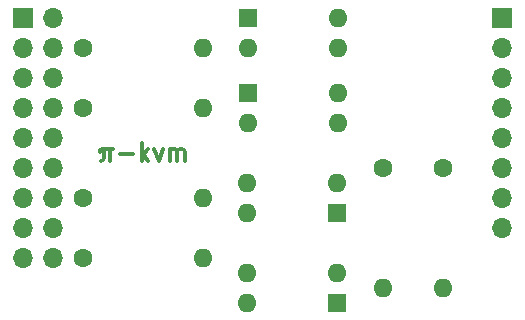
<source format=gbr>
%TF.GenerationSoftware,KiCad,Pcbnew,(6.0.5)*%
%TF.CreationDate,2022-06-14T19:42:58+01:00*%
%TF.ProjectId,PiKVM,50694b56-4d2e-46b6-9963-61645f706362,rev?*%
%TF.SameCoordinates,Original*%
%TF.FileFunction,Soldermask,Top*%
%TF.FilePolarity,Negative*%
%FSLAX46Y46*%
G04 Gerber Fmt 4.6, Leading zero omitted, Abs format (unit mm)*
G04 Created by KiCad (PCBNEW (6.0.5)) date 2022-06-14 19:42:58*
%MOMM*%
%LPD*%
G01*
G04 APERTURE LIST*
%ADD10C,0.300000*%
%ADD11R,1.600000X1.600000*%
%ADD12O,1.600000X1.600000*%
%ADD13R,1.700000X1.700000*%
%ADD14O,1.700000X1.700000*%
%ADD15C,1.600000*%
G04 APERTURE END LIST*
D10*
X37854285Y-39048571D02*
X37854285Y-40048571D01*
X37354285Y-39048571D02*
X37354285Y-39834285D01*
X37282857Y-39977142D01*
X37140000Y-40048571D01*
X38140000Y-39048571D02*
X37211428Y-39048571D01*
X37068571Y-39120000D01*
X36997142Y-39262857D01*
X38711428Y-39477142D02*
X39854285Y-39477142D01*
X40568571Y-40048571D02*
X40568571Y-38548571D01*
X40711428Y-39477142D02*
X41140000Y-40048571D01*
X41140000Y-39048571D02*
X40568571Y-39620000D01*
X41640000Y-39048571D02*
X41997142Y-40048571D01*
X42354285Y-39048571D01*
X42925714Y-40048571D02*
X42925714Y-39048571D01*
X42925714Y-39191428D02*
X42997142Y-39120000D01*
X43140000Y-39048571D01*
X43354285Y-39048571D01*
X43497142Y-39120000D01*
X43568571Y-39262857D01*
X43568571Y-40048571D01*
X43568571Y-39262857D02*
X43640000Y-39120000D01*
X43782857Y-39048571D01*
X43997142Y-39048571D01*
X44140000Y-39120000D01*
X44211428Y-39262857D01*
X44211428Y-40048571D01*
D11*
%TO.C,U3*%
X57140000Y-44455000D03*
D12*
X57140000Y-41915000D03*
X49520000Y-41915000D03*
X49520000Y-44455000D03*
%TD*%
D13*
%TO.C,J2*%
X71095000Y-27940000D03*
D14*
X71095000Y-30480000D03*
X71095000Y-33020000D03*
X71095000Y-35560000D03*
X71095000Y-38100000D03*
X71095000Y-40640000D03*
X71095000Y-43180000D03*
X71095000Y-45720000D03*
%TD*%
D15*
%TO.C,R3*%
X35560000Y-43180000D03*
D12*
X45720000Y-43180000D03*
%TD*%
D15*
%TO.C,R1*%
X35560000Y-30480000D03*
D12*
X45720000Y-30480000D03*
%TD*%
D11*
%TO.C,U1*%
X49540000Y-27940000D03*
D12*
X49540000Y-30480000D03*
X57160000Y-30480000D03*
X57160000Y-27940000D03*
%TD*%
D11*
%TO.C,U4*%
X57140000Y-52075000D03*
D12*
X57140000Y-49535000D03*
X49520000Y-49535000D03*
X49520000Y-52075000D03*
%TD*%
D15*
%TO.C,R6*%
X66040000Y-40640000D03*
D12*
X66040000Y-50800000D03*
%TD*%
D15*
%TO.C,R2*%
X35560000Y-35560000D03*
D12*
X45720000Y-35560000D03*
%TD*%
D15*
%TO.C,R5*%
X60960000Y-40640000D03*
D12*
X60960000Y-50800000D03*
%TD*%
D11*
%TO.C,U2*%
X49540000Y-34285000D03*
D12*
X49540000Y-36825000D03*
X57160000Y-36825000D03*
X57160000Y-34285000D03*
%TD*%
D15*
%TO.C,R4*%
X35560000Y-48260000D03*
D12*
X45720000Y-48260000D03*
%TD*%
D13*
%TO.C,J1*%
X30480000Y-27950000D03*
D14*
X33020000Y-27950000D03*
X30480000Y-30490000D03*
X33020000Y-30490000D03*
X30480000Y-33030000D03*
X33020000Y-33030000D03*
X30480000Y-35570000D03*
X33020000Y-35570000D03*
X30480000Y-38110000D03*
X33020000Y-38110000D03*
X30480000Y-40650000D03*
X33020000Y-40650000D03*
X30480000Y-43190000D03*
X33020000Y-43190000D03*
X30480000Y-45730000D03*
X33020000Y-45730000D03*
X30480000Y-48270000D03*
X33020000Y-48270000D03*
%TD*%
M02*

</source>
